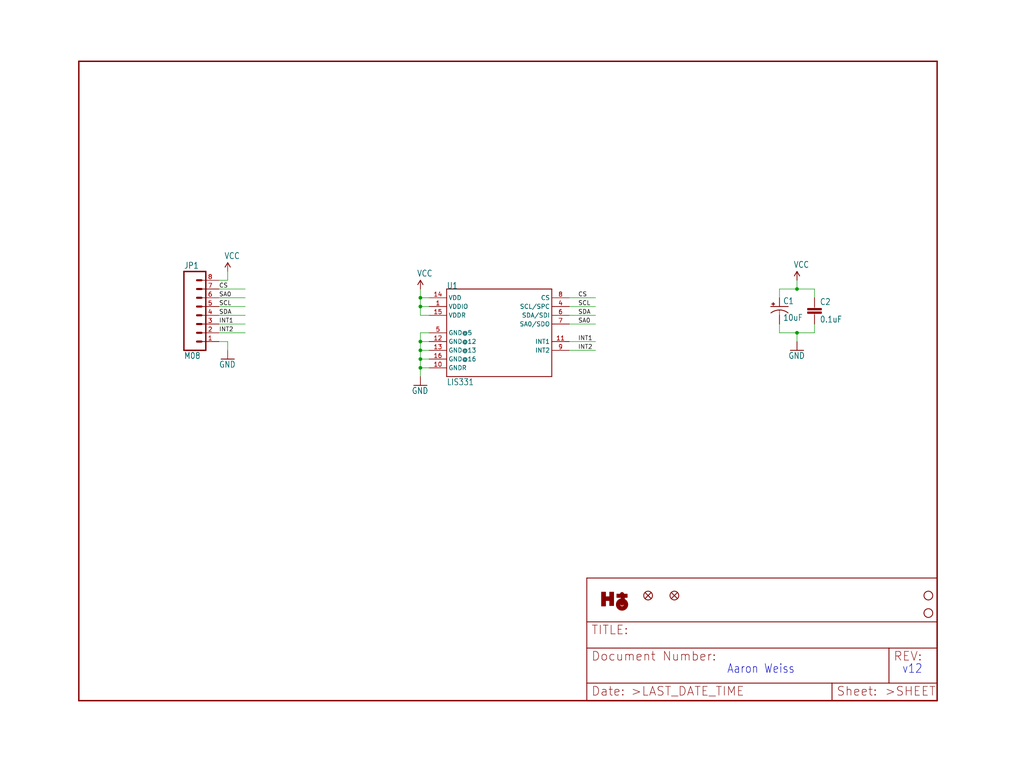
<source format=kicad_sch>
(kicad_sch (version 20211123) (generator eeschema)
  (paper "User" 297.002 223.926)
  (lib_symbols
    (symbol "schematicEagle-eagle-import:CAP0402-CAP"
      (property "Reference" "C" (at 1.524 2.921 0))
      (property "Value" "CAP0402-CAP" (at 1.524 -2.159 0))
      (symbol "CAP0402-CAP_1_0"
        (rectangle (start -2.032 0.508) (end 2.032 1.016) (fill (type outline)))
        (rectangle (start -2.032 1.524) (end 2.032 2.032) (fill (type outline)))
        (polyline (pts (xy 0 0) (xy 0 0.508)) (stroke (width 0.1524)))
        (polyline (pts (xy 0 2.54) (xy 0 2.032)) (stroke (width 0.1524)))
        (pin passive line (at 0 5.08 270) (length 2.54) (name "1") (number "1"))
        (pin passive line (at 0 -2.54 90) (length 2.54) (name "2") (number "2"))
      )
    )
    (symbol "schematicEagle-eagle-import:CAP_POL1206"
      (property "Reference" "C" (at 1.016 0.635 0))
      (property "Value" "CAP_POL1206" (at 1.016 -4.191 0))
      (symbol "CAP_POL1206_1_0"
        (rectangle (start -2.253 0.668) (end -1.364 0.795) (fill (type outline)))
        (rectangle (start -1.872 0.287) (end -1.745 1.176) (fill (type outline)))
        (arc (start 0 -1.0161) (mid -1.3021 -1.2302) (end -2.4669 -1.8504) (stroke (width 0.254)))
        (polyline (pts (xy -2.54 0) (xy 2.54 0)) (stroke (width 0.254)))
        (polyline (pts (xy 0 -1.016) (xy 0 -2.54)) (stroke (width 0.1524)))
        (arc (start 2.4892 -1.8542) (mid 1.3158 -1.2195) (end 0 -1) (stroke (width 0.254)))
        (pin passive line (at 0 2.54 270) (length 2.54) (name "+") (number "A"))
        (pin passive line (at 0 -5.08 90) (length 2.54) (name "-") (number "C"))
      )
    )
    (symbol "schematicEagle-eagle-import:FIDUCIAL1X2"
      (symbol "FIDUCIAL1X2_1_0"
        (polyline (pts (xy -0.762 0.762) (xy 0.762 -0.762)) (stroke (width 0.254)))
        (polyline (pts (xy 0.762 0.762) (xy -0.762 -0.762)) (stroke (width 0.254)))
        (circle (center 0 0) (radius 1.27) (stroke (width 0.254)))
      )
    )
    (symbol "schematicEagle-eagle-import:FRAME-LETTER"
      (symbol "FRAME-LETTER_1_0"
        (polyline (pts (xy 0 0) (xy 248.92 0)) (stroke (width 0.4064)))
        (polyline (pts (xy 0 185.42) (xy 0 0)) (stroke (width 0.4064)))
        (polyline (pts (xy 0 185.42) (xy 248.92 185.42)) (stroke (width 0.4064)))
        (polyline (pts (xy 248.92 185.42) (xy 248.92 0)) (stroke (width 0.4064)))
      )
      (symbol "FRAME-LETTER_2_0"
        (polyline (pts (xy 0 0) (xy 0 5.08)) (stroke (width 0.254)))
        (polyline (pts (xy 0 0) (xy 71.12 0)) (stroke (width 0.254)))
        (polyline (pts (xy 0 5.08) (xy 0 15.24)) (stroke (width 0.254)))
        (polyline (pts (xy 0 5.08) (xy 71.12 5.08)) (stroke (width 0.254)))
        (polyline (pts (xy 0 15.24) (xy 0 22.86)) (stroke (width 0.254)))
        (polyline (pts (xy 0 22.86) (xy 0 35.56)) (stroke (width 0.254)))
        (polyline (pts (xy 0 22.86) (xy 101.6 22.86)) (stroke (width 0.254)))
        (polyline (pts (xy 71.12 0) (xy 101.6 0)) (stroke (width 0.254)))
        (polyline (pts (xy 71.12 5.08) (xy 71.12 0)) (stroke (width 0.254)))
        (polyline (pts (xy 71.12 5.08) (xy 87.63 5.08)) (stroke (width 0.254)))
        (polyline (pts (xy 87.63 5.08) (xy 101.6 5.08)) (stroke (width 0.254)))
        (polyline (pts (xy 87.63 15.24) (xy 0 15.24)) (stroke (width 0.254)))
        (polyline (pts (xy 87.63 15.24) (xy 87.63 5.08)) (stroke (width 0.254)))
        (polyline (pts (xy 101.6 5.08) (xy 101.6 0)) (stroke (width 0.254)))
        (polyline (pts (xy 101.6 15.24) (xy 87.63 15.24)) (stroke (width 0.254)))
        (polyline (pts (xy 101.6 15.24) (xy 101.6 5.08)) (stroke (width 0.254)))
        (polyline (pts (xy 101.6 22.86) (xy 101.6 15.24)) (stroke (width 0.254)))
        (polyline (pts (xy 101.6 35.56) (xy 0 35.56)) (stroke (width 0.254)))
        (polyline (pts (xy 101.6 35.56) (xy 101.6 22.86)) (stroke (width 0.254)))
        (text ">LAST_DATE_TIME" (at 12.7 1.27 0) (effects (font (size 2.54 2.54)) (justify left bottom)))
        (text ">SHEET" (at 86.36 1.27 0) (effects (font (size 2.54 2.54)) (justify left bottom)))
        (text "Date:" (at 1.27 1.27 0) (effects (font (size 2.54 2.54)) (justify left bottom)))
        (text "Document Number:" (at 1.27 11.43 0) (effects (font (size 2.54 2.54)) (justify left bottom)))
        (text "REV:" (at 88.9 11.43 0) (effects (font (size 2.54 2.54)) (justify left bottom)))
        (text "Sheet:" (at 72.39 1.27 0) (effects (font (size 2.54 2.54)) (justify left bottom)))
        (text "TITLE:" (at 1.27 19.05 0) (effects (font (size 2.54 2.54)) (justify left bottom)))
      )
    )
    (symbol "schematicEagle-eagle-import:GND" (power)
      (property "Value" "GND" (at -2.54 -2.54 0))
      (symbol "GND_1_0"
        (polyline (pts (xy -1.905 0) (xy 1.905 0)) (stroke (width 0.254)))
        (pin power_in line (at 0 2.54 270) (length 2.54) (name "GND") (number "1"))
      )
    )
    (symbol "schematicEagle-eagle-import:LIS331"
      (property "Reference" "U" (at -15.24 12.7 0))
      (property "Value" "LIS331" (at -15.24 -15.24 0))
      (symbol "LIS331_1_0"
        (polyline (pts (xy -15.24 -12.7) (xy -15.24 12.7)) (stroke (width 0.254)))
        (polyline (pts (xy -15.24 12.7) (xy 15.24 12.7)) (stroke (width 0.254)))
        (polyline (pts (xy 15.24 -12.7) (xy -15.24 -12.7)) (stroke (width 0.254)))
        (polyline (pts (xy 15.24 12.7) (xy 15.24 -12.7)) (stroke (width 0.254)))
        (pin bidirectional line (at -20.32 7.62 0) (length 5.08) (name "VDDIO") (number "1"))
        (pin bidirectional line (at -20.32 -10.16 0) (length 5.08) (name "GNDR") (number "10"))
        (pin bidirectional line (at 20.32 -2.54 180) (length 5.08) (name "INT1") (number "11"))
        (pin bidirectional line (at -20.32 -2.54 0) (length 5.08) (name "GND@12") (number "12"))
        (pin bidirectional line (at -20.32 -5.08 0) (length 5.08) (name "GND@13") (number "13"))
        (pin bidirectional line (at -20.32 10.16 0) (length 5.08) (name "VDD") (number "14"))
        (pin bidirectional line (at -20.32 5.08 0) (length 5.08) (name "VDDR") (number "15"))
        (pin bidirectional line (at -20.32 -7.62 0) (length 5.08) (name "GND@16") (number "16"))
        (pin bidirectional line (at 20.32 7.62 180) (length 5.08) (name "SCL/SPC") (number "4"))
        (pin bidirectional line (at -20.32 0 0) (length 5.08) (name "GND@5") (number "5"))
        (pin bidirectional line (at 20.32 5.08 180) (length 5.08) (name "SDA/SDI") (number "6"))
        (pin bidirectional line (at 20.32 2.54 180) (length 5.08) (name "SA0/SDO") (number "7"))
        (pin bidirectional line (at 20.32 10.16 180) (length 5.08) (name "CS") (number "8"))
        (pin bidirectional line (at 20.32 -5.08 180) (length 5.08) (name "INT2") (number "9"))
      )
    )
    (symbol "schematicEagle-eagle-import:M08"
      (property "Reference" "JP" (at -5.08 13.462 0))
      (property "Value" "M08" (at -5.08 -12.7 0))
      (symbol "M08_1_0"
        (polyline (pts (xy -5.08 12.7) (xy -5.08 -10.16)) (stroke (width 0.4064)))
        (polyline (pts (xy -5.08 12.7) (xy 1.27 12.7)) (stroke (width 0.4064)))
        (polyline (pts (xy -1.27 -7.62) (xy 0 -7.62)) (stroke (width 0.6096)))
        (polyline (pts (xy -1.27 -5.08) (xy 0 -5.08)) (stroke (width 0.6096)))
        (polyline (pts (xy -1.27 -2.54) (xy 0 -2.54)) (stroke (width 0.6096)))
        (polyline (pts (xy -1.27 0) (xy 0 0)) (stroke (width 0.6096)))
        (polyline (pts (xy -1.27 2.54) (xy 0 2.54)) (stroke (width 0.6096)))
        (polyline (pts (xy -1.27 5.08) (xy 0 5.08)) (stroke (width 0.6096)))
        (polyline (pts (xy -1.27 7.62) (xy 0 7.62)) (stroke (width 0.6096)))
        (polyline (pts (xy -1.27 10.16) (xy 0 10.16)) (stroke (width 0.6096)))
        (polyline (pts (xy 1.27 -10.16) (xy -5.08 -10.16)) (stroke (width 0.4064)))
        (polyline (pts (xy 1.27 -10.16) (xy 1.27 12.7)) (stroke (width 0.4064)))
        (pin passive line (at 5.08 -7.62 180) (length 5.08) (name "1") (number "1"))
        (pin passive line (at 5.08 -5.08 180) (length 5.08) (name "2") (number "2"))
        (pin passive line (at 5.08 -2.54 180) (length 5.08) (name "3") (number "3"))
        (pin passive line (at 5.08 0 180) (length 5.08) (name "4") (number "4"))
        (pin passive line (at 5.08 2.54 180) (length 5.08) (name "5") (number "5"))
        (pin passive line (at 5.08 5.08 180) (length 5.08) (name "6") (number "6"))
        (pin passive line (at 5.08 7.62 180) (length 5.08) (name "7") (number "7"))
        (pin passive line (at 5.08 10.16 180) (length 5.08) (name "8") (number "8"))
      )
    )
    (symbol "schematicEagle-eagle-import:OSHW-LOGO-SMALL"
      (symbol "OSHW-LOGO-SMALL_1_0"
        (rectangle (start 3.2385 3.048) (end 4.445 7.112) (fill (type outline)))
        (rectangle (start 4.1275 4.6355) (end 6.1595 5.7785) (fill (type outline)))
        (rectangle (start 5.588 3.175) (end 6.7945 7.112) (fill (type outline)))
        (rectangle (start 7.6835 5.5245) (end 10.7315 6.5405) (fill (type outline)))
        (circle (center 9.2075 3.4925) (radius 0.508) (stroke (width 1.27)))
        (arc (start 9.2075 3.7465) (mid 9.439 5.1435) (end 9.2075 6.5405) (stroke (width 1.143)))
      )
    )
    (symbol "schematicEagle-eagle-import:STAND-OFF"
      (symbol "STAND-OFF_1_0"
        (circle (center 0 0) (radius 1.27) (stroke (width 0.254)))
      )
    )
    (symbol "schematicEagle-eagle-import:VCC" (power)
      (property "Value" "VCC" (at -1.016 3.556 0))
      (symbol "VCC_1_0"
        (polyline (pts (xy 0 2.54) (xy -0.762 1.27)) (stroke (width 0.254)))
        (polyline (pts (xy 0.762 1.27) (xy 0 2.54)) (stroke (width 0.254)))
        (pin power_in line (at 0 0 90) (length 2.54) (name "VCC") (number "1"))
      )
    )
  )
  (junction (at 121.92 99.06))
  (junction (at 121.92 86.36))
  (junction (at 121.92 106.68))
  (junction (at 231.14 96.52))
  (junction (at 121.92 88.9))
  (junction (at 121.92 104.14))
  (junction (at 231.14 83.82))
  (junction (at 121.92 101.6))
  (wire (pts (xy 121.92 99.06) (xy 121.92 101.6)))
  (wire (pts (xy 165.1 99.06) (xy 172.72 99.06)))
  (wire (pts (xy 231.14 83.82) (xy 231.14 81.28)))
  (wire (pts (xy 124.46 101.6) (xy 121.92 101.6)))
  (wire (pts (xy 63.5 96.52) (xy 71.12 96.52)))
  (wire (pts (xy 66.04 101.6) (xy 66.04 99.06)))
  (wire (pts (xy 121.92 106.68) (xy 121.92 109.22)))
  (wire (pts (xy 63.5 81.28) (xy 66.04 81.28)))
  (wire (pts (xy 165.1 91.44) (xy 172.72 91.44)))
  (wire (pts (xy 121.92 96.52) (xy 121.92 99.06)))
  (wire (pts (xy 63.5 86.36) (xy 71.12 86.36)))
  (wire (pts (xy 121.92 101.6) (xy 121.92 104.14)))
  (wire (pts (xy 165.1 101.6) (xy 172.72 101.6)))
  (wire (pts (xy 124.46 99.06) (xy 121.92 99.06)))
  (wire (pts (xy 63.5 91.44) (xy 71.12 91.44)))
  (wire (pts (xy 121.92 91.44) (xy 121.92 88.9)))
  (wire (pts (xy 66.04 99.06) (xy 63.5 99.06)))
  (wire (pts (xy 165.1 88.9) (xy 172.72 88.9)))
  (wire (pts (xy 231.14 96.52) (xy 236.22 96.52)))
  (wire (pts (xy 165.1 86.36) (xy 172.72 86.36)))
  (wire (pts (xy 124.46 104.14) (xy 121.92 104.14)))
  (wire (pts (xy 121.92 86.36) (xy 121.92 83.82)))
  (wire (pts (xy 66.04 81.28) (xy 66.04 78.74)))
  (wire (pts (xy 231.14 99.06) (xy 231.14 96.52)))
  (wire (pts (xy 236.22 96.52) (xy 236.22 93.98)))
  (wire (pts (xy 63.5 88.9) (xy 71.12 88.9)))
  (wire (pts (xy 226.06 83.82) (xy 231.14 83.82)))
  (wire (pts (xy 231.14 83.82) (xy 236.22 83.82)))
  (wire (pts (xy 121.92 104.14) (xy 121.92 106.68)))
  (wire (pts (xy 63.5 93.98) (xy 71.12 93.98)))
  (wire (pts (xy 124.46 96.52) (xy 121.92 96.52)))
  (wire (pts (xy 165.1 93.98) (xy 172.72 93.98)))
  (wire (pts (xy 226.06 86.36) (xy 226.06 83.82)))
  (wire (pts (xy 124.46 88.9) (xy 121.92 88.9)))
  (wire (pts (xy 236.22 83.82) (xy 236.22 86.36)))
  (wire (pts (xy 63.5 83.82) (xy 71.12 83.82)))
  (wire (pts (xy 124.46 106.68) (xy 121.92 106.68)))
  (wire (pts (xy 124.46 91.44) (xy 121.92 91.44)))
  (wire (pts (xy 226.06 96.52) (xy 231.14 96.52)))
  (wire (pts (xy 121.92 88.9) (xy 121.92 86.36)))
  (wire (pts (xy 124.46 86.36) (xy 121.92 86.36)))
  (wire (pts (xy 226.06 93.98) (xy 226.06 96.52)))
  (text "v12" (at 261.62 195.58 180) (effects (font (size 2.54 2.159)) (justify left bottom)))
  (text "Aaron Weiss" (at 210.82 195.58 180) (effects (font (size 2.54 2.159)) (justify left bottom)))
  (label "CS" (at 63.5 83.82 0) (effects (font (size 1.2446 1.2446))))
  (label "SA0" (at 63.5 86.36 0) (effects (font (size 1.2446 1.2446))))
  (label "INT2" (at 167.64 101.6 0) (effects (font (size 1.2446 1.2446))))
  (label "SDA" (at 63.5 91.44 0) (effects (font (size 1.2446 1.2446))))
  (label "INT1" (at 63.5 93.98 0) (effects (font (size 1.2446 1.2446))))
  (label "SDA" (at 167.64 91.44 0) (effects (font (size 1.2446 1.2446))))
  (label "INT2" (at 63.5 96.52 0) (effects (font (size 1.2446 1.2446))))
  (label "CS" (at 167.64 86.36 0) (effects (font (size 1.2446 1.2446))))
  (label "INT1" (at 167.64 99.06 0) (effects (font (size 1.2446 1.2446))))
  (label "SCL" (at 167.64 88.9 0) (effects (font (size 1.2446 1.2446))))
  (label "SA0" (at 167.64 93.98 0) (effects (font (size 1.2446 1.2446))))
  (label "SCL" (at 63.5 88.9 0) (effects (font (size 1.2446 1.2446))))
  (symbol (lib_id "schematicEagle-eagle-import:VCC") (at 231.14 81.28 0) (unit 1)
    (property "Reference" "#P+2" (effects hide))
    (property "Value" "VCC" (at 230.124 77.724 0) (effects (font (size 1.778 1.5113)) (justify left bottom)))
    (property "Footprint" "schematicEagle:" (effects hide))
  )
  (symbol (lib_id "schematicEagle-eagle-import:M08") (at 58.42 91.44 0) (unit 1)
    (property "Reference" "JP1" (at 53.34 77.978 0) (effects (font (size 1.778 1.5113)) (justify left bottom)))
    (property "Value" "M08" (at 53.34 104.14 0) (effects (font (size 1.778 1.5113)) (justify left bottom)))
    (property "Footprint" "schematicEagle:1X08" (effects hide))
  )
  (symbol (lib_id "schematicEagle-eagle-import:FRAME-LETTER") (at 170.18 203.2 0) (unit 2)
    (property "Reference" "#FRAME1" (effects hide))
    (property "Value" "FRAME-LETTER" (effects hide))
    (property "Footprint" "schematicEagle:" (effects hide))
  )
  (symbol (lib_id "schematicEagle-eagle-import:VCC") (at 66.04 78.74 0) (unit 1)
    (property "Reference" "#P+1" (effects hide))
    (property "Value" "VCC" (at 65.024 75.184 0) (effects (font (size 1.778 1.5113)) (justify left bottom)))
    (property "Footprint" "schematicEagle:" (effects hide))
  )
  (symbol (lib_id "schematicEagle-eagle-import:GND") (at 66.04 104.14 0) (unit 1)
    (property "Reference" "#GND2" (effects hide))
    (property "Value" "GND" (at 63.5 106.68 0) (effects (font (size 1.778 1.5113)) (justify left bottom)))
    (property "Footprint" "schematicEagle:" (effects hide))
  )
  (symbol (lib_id "schematicEagle-eagle-import:CAP_POL1206") (at 226.06 88.9 0) (unit 1)
    (property "Reference" "C1" (at 227.076 88.265 0) (effects (font (size 1.778 1.5113)) (justify left bottom)))
    (property "Value" "10uF" (at 227.076 93.091 0) (effects (font (size 1.778 1.5113)) (justify left bottom)))
    (property "Footprint" "schematicEagle:EIA3216" (effects hide))
  )
  (symbol (lib_id "schematicEagle-eagle-import:GND") (at 231.14 101.6 0) (unit 1)
    (property "Reference" "#GND4" (effects hide))
    (property "Value" "GND" (at 228.6 104.14 0) (effects (font (size 1.778 1.5113)) (justify left bottom)))
    (property "Footprint" "schematicEagle:" (effects hide))
  )
  (symbol (lib_id "schematicEagle-eagle-import:GND") (at 121.92 111.76 0) (unit 1)
    (property "Reference" "#GND5" (effects hide))
    (property "Value" "GND" (at 119.38 114.3 0) (effects (font (size 1.778 1.5113)) (justify left bottom)))
    (property "Footprint" "schematicEagle:" (effects hide))
  )
  (symbol (lib_id "schematicEagle-eagle-import:FRAME-LETTER") (at 22.86 203.2 0) (unit 1)
    (property "Reference" "#FRAME1" (effects hide))
    (property "Value" "FRAME-LETTER" (effects hide))
    (property "Footprint" "schematicEagle:" (effects hide))
  )
  (symbol (lib_id "schematicEagle-eagle-import:STAND-OFF") (at 269.24 172.72 0) (unit 1)
    (property "Reference" "JP4" (effects hide))
    (property "Value" "STAND-OFF" (effects hide))
    (property "Footprint" "schematicEagle:STAND-OFF" (effects hide))
  )
  (symbol (lib_id "schematicEagle-eagle-import:VCC") (at 121.92 83.82 0) (unit 1)
    (property "Reference" "#P+3" (effects hide))
    (property "Value" "VCC" (at 120.904 80.264 0) (effects (font (size 1.778 1.5113)) (justify left bottom)))
    (property "Footprint" "schematicEagle:" (effects hide))
  )
  (symbol (lib_id "schematicEagle-eagle-import:FIDUCIAL1X2") (at 187.96 172.72 0) (unit 1)
    (property "Reference" "JP5" (effects hide))
    (property "Value" "FIDUCIAL1X2" (effects hide))
    (property "Footprint" "schematicEagle:FIDUCIAL-1X2" (effects hide))
  )
  (symbol (lib_id "schematicEagle-eagle-import:FIDUCIAL1X2") (at 195.58 172.72 0) (unit 1)
    (property "Reference" "JP6" (effects hide))
    (property "Value" "FIDUCIAL1X2" (effects hide))
    (property "Footprint" "schematicEagle:FIDUCIAL-1X2" (effects hide))
  )
  (symbol (lib_id "schematicEagle-eagle-import:STAND-OFF") (at 269.24 177.8 0) (unit 1)
    (property "Reference" "JP3" (effects hide))
    (property "Value" "STAND-OFF" (effects hide))
    (property "Footprint" "schematicEagle:STAND-OFF" (effects hide))
  )
  (symbol (lib_id "schematicEagle-eagle-import:CAP0402-CAP") (at 236.22 91.44 0) (unit 1)
    (property "Reference" "C2" (at 237.744 88.519 0) (effects (font (size 1.778 1.5113)) (justify left bottom)))
    (property "Value" "0.1uF" (at 237.744 93.599 0) (effects (font (size 1.778 1.5113)) (justify left bottom)))
    (property "Footprint" "schematicEagle:0402-CAP" (effects hide))
  )
  (symbol (lib_id "schematicEagle-eagle-import:OSHW-LOGO-SMALL") (at 171.196 178.816 0) (unit 1)
    (property "Reference" "U$1" (effects hide))
    (property "Value" "OSHW-LOGO-SMALL" (effects hide))
    (property "Footprint" "schematicEagle:OSHW-LOGO-SMALL" (effects hide))
  )
  (symbol (lib_id "schematicEagle-eagle-import:LIS331") (at 144.78 96.52 0) (unit 1)
    (property "Reference" "U1" (at 129.54 83.82 0) (effects (font (size 1.778 1.5113)) (justify left bottom)))
    (property "Value" "LIS331" (at 129.54 111.76 0) (effects (font (size 1.778 1.5113)) (justify left bottom)))
    (property "Footprint" "schematicEagle:LGA16-3MM" (effects hide))
  )
)
</source>
